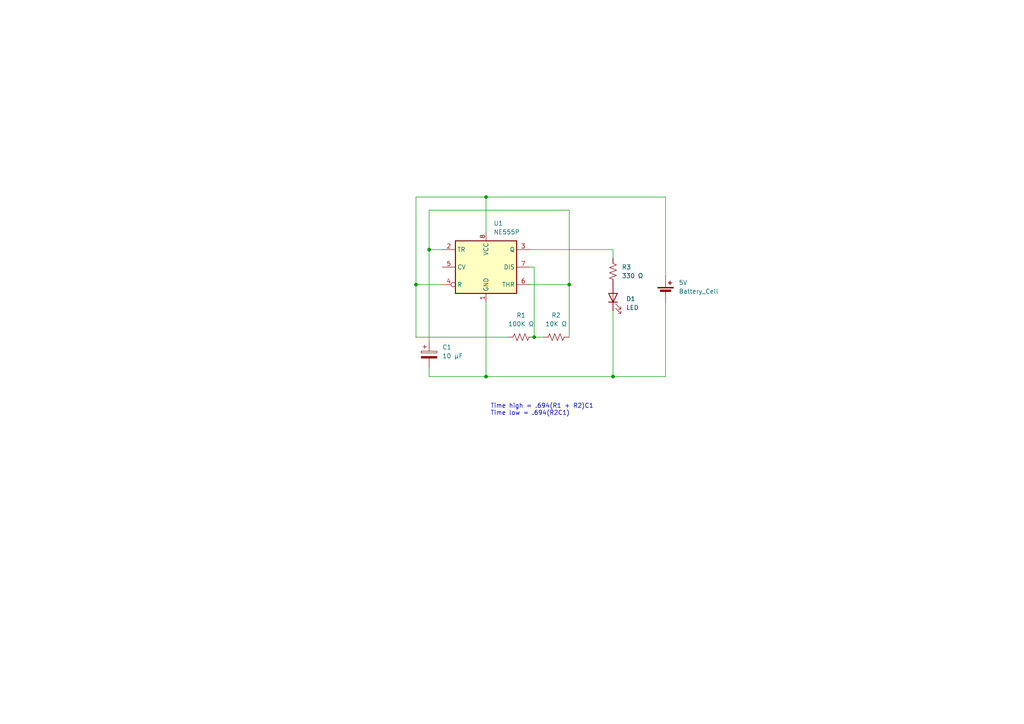
<source format=kicad_sch>
(kicad_sch (version 20230121) (generator eeschema)
  (paper "A4")
  (lib_symbols
    (symbol "Device:Battery_Cell" (pin_numbers hide) (pin_names (offset 0) hide)
      (property "Reference" "BT" (at 2.54 2.54 0))
      (property "Value" "Battery_Cell" (at 2.54 0 0))
      (symbol "Battery_Cell_0_1"
        (rectangle (start -2.286 1.778) (end 2.286 1.524) (fill (type outline)))
        (rectangle (start -1.524 1.016) (end 1.524 0.508) (fill (type outline)))
        (polyline (pts (xy 0 0.762) (xy 0 0)))
        (polyline (pts (xy 0 1.778) (xy 0 2.54)))
        (polyline (pts (xy 0.762 3.048) (xy 1.778 3.048)) (stroke (width 0.254)))
        (polyline (pts (xy 1.27 3.556) (xy 1.27 2.54)) (stroke (width 0.254)))
      )
      (symbol "Battery_Cell_1_1"
        (pin passive line (at 0 5.08 270) (length 2.54) (name "+") (number "1"))
        (pin passive line (at 0 -2.54 90) (length 2.54) (name "-") (number "2"))
      )
    )
    (symbol "Device:C_Polarized" (pin_numbers hide) (pin_names (offset 0.254))
      (property "Reference" "C" (at 0.635 2.54 0))
      (property "Value" "C_Polarized" (at 0.635 -2.54 0))
      (symbol "C_Polarized_0_1"
        (rectangle (start -2.286 0.508) (end 2.286 1.016))
        (polyline (pts (xy -1.778 2.286) (xy -0.762 2.286)))
        (polyline (pts (xy -1.27 2.794) (xy -1.27 1.778)))
        (rectangle (start 2.286 -0.508) (end -2.286 -1.016) (fill (type outline)))
      )
      (symbol "C_Polarized_1_1"
        (pin passive line (at 0 3.81 270) (length 2.794) (name "~") (number "1"))
        (pin passive line (at 0 -3.81 90) (length 2.794) (name "~") (number "2"))
      )
    )
    (symbol "Device:LED" (pin_numbers hide) (pin_names (offset 1.016) hide)
      (property "Reference" "D" (at 0 2.54 0))
      (property "Value" "LED" (at 0 -2.54 0))
      (symbol "LED_0_1"
        (polyline (pts (xy -1.27 -1.27) (xy -1.27 1.27)) (stroke (width 0.254)))
        (polyline (pts (xy -1.27 0) (xy 1.27 0)))
        (polyline (pts (xy 1.27 -1.27) (xy 1.27 1.27) (xy -1.27 0) (xy 1.27 -1.27)) (stroke (width 0.254)))
        (polyline (pts (xy -3.048 -0.762) (xy -4.572 -2.286) (xy -3.81 -2.286) (xy -4.572 -2.286) (xy -4.572 -1.524)))
        (polyline (pts (xy -1.778 -0.762) (xy -3.302 -2.286) (xy -2.54 -2.286) (xy -3.302 -2.286) (xy -3.302 -1.524)))
      )
      (symbol "LED_1_1"
        (pin passive line (at -3.81 0 0) (length 2.54) (name "K") (number "1"))
        (pin passive line (at 3.81 0 180) (length 2.54) (name "A") (number "2"))
      )
    )
    (symbol "Device:R_US" (pin_numbers hide) (pin_names (offset 0))
      (property "Reference" "R" (at 2.54 0 90))
      (property "Value" "R_US" (at -2.54 0 90))
      (symbol "R_US_0_1"
        (polyline (pts (xy 0 -2.286) (xy 0 -2.54)))
        (polyline (pts (xy 0 2.286) (xy 0 2.54)))
        (polyline (pts (xy 0 -0.762) (xy 1.016 -1.143) (xy 0 -1.524) (xy -1.016 -1.905) (xy 0 -2.286)))
        (polyline (pts (xy 0 0.762) (xy 1.016 0.381) (xy 0 0) (xy -1.016 -0.381) (xy 0 -0.762)))
        (polyline (pts (xy 0 2.286) (xy 1.016 1.905) (xy 0 1.524) (xy -1.016 1.143) (xy 0 0.762)))
      )
      (symbol "R_US_1_1"
        (pin passive line (at 0 3.81 270) (length 1.27) (name "~") (number "1"))
        (pin passive line (at 0 -3.81 90) (length 1.27) (name "~") (number "2"))
      )
    )
    (symbol "Timer:NE555P"
      (property "Reference" "U" (at -10.16 8.89 0))
      (property "Value" "NE555P" (at 2.54 8.89 0))
      (symbol "NE555P_0_0"
        (pin power_in line (at 0 -10.16 90) (length 2.54) (name "GND") (number "1"))
        (pin power_in line (at 0 10.16 270) (length 2.54) (name "VCC") (number "8"))
      )
      (symbol "NE555P_0_1"
        (rectangle (start -8.89 -7.62) (end 8.89 7.62) (stroke (width 0.254)) (fill (type background)))
        (rectangle (start -8.89 -7.62) (end 8.89 7.62) (stroke (width 0.254)) (fill (type background)))
      )
      (symbol "NE555P_1_1"
        (pin input line (at -12.7 5.08 0) (length 3.81) (name "TR") (number "2"))
        (pin output line (at 12.7 5.08 180) (length 3.81) (name "Q") (number "3"))
        (pin input inverted (at -12.7 -5.08 0) (length 3.81) (name "R") (number "4"))
        (pin input line (at -12.7 0 0) (length 3.81) (name "CV") (number "5"))
        (pin input line (at 12.7 -5.08 180) (length 3.81) (name "THR") (number "6"))
        (pin input line (at 12.7 0 180) (length 3.81) (name "DIS") (number "7"))
      )
    )
  )
  (junction (at 154.94 97.79))
  (junction (at 165.1 82.55))
  (junction (at 140.97 57.15))
  (junction (at 124.46 72.39))
  (junction (at 177.8 109.22))
  (junction (at 140.97 109.22))
  (junction (at 120.65 82.55))
  (wire (pts (xy 124.46 109.22) (xy 140.97 109.22)))
  (wire (pts (xy 153.67 82.55) (xy 165.1 82.55)))
  (wire (pts (xy 124.46 99.06) (xy 124.46 72.39)))
  (wire (pts (xy 153.67 72.39) (xy 177.8 72.39)))
  (wire (pts (xy 124.46 60.96) (xy 165.1 60.96)))
  (wire (pts (xy 154.94 77.47) (xy 154.94 97.79)))
  (wire (pts (xy 140.97 87.63) (xy 140.97 109.22)))
  (wire (pts (xy 124.46 109.22) (xy 124.46 106.68)))
  (wire (pts (xy 193.04 87.63) (xy 193.04 109.22)))
  (wire (pts (xy 177.8 90.17) (xy 177.8 109.22)))
  (wire (pts (xy 124.46 72.39) (xy 128.27 72.39)))
  (wire (pts (xy 153.67 77.47) (xy 154.94 77.47)))
  (wire (pts (xy 177.8 72.39) (xy 177.8 74.93)))
  (wire (pts (xy 120.65 57.15) (xy 140.97 57.15)))
  (wire (pts (xy 120.65 82.55) (xy 120.65 57.15)))
  (wire (pts (xy 157.48 97.79) (xy 154.94 97.79)))
  (wire (pts (xy 120.65 82.55) (xy 120.65 97.79)))
  (wire (pts (xy 120.65 97.79) (xy 147.32 97.79)))
  (wire (pts (xy 193.04 80.01) (xy 193.04 57.15)))
  (wire (pts (xy 193.04 57.15) (xy 140.97 57.15)))
  (wire (pts (xy 128.27 82.55) (xy 120.65 82.55)))
  (wire (pts (xy 124.46 60.96) (xy 124.46 72.39)))
  (wire (pts (xy 140.97 57.15) (xy 140.97 67.31)))
  (wire (pts (xy 165.1 82.55) (xy 165.1 97.79)))
  (wire (pts (xy 193.04 109.22) (xy 177.8 109.22)))
  (wire (pts (xy 165.1 60.96) (xy 165.1 82.55)))
  (wire (pts (xy 140.97 109.22) (xy 177.8 109.22)))
  (text "Time high = .694(R1 + R2)C1\nTime low = .694(R2C1)" (at 142.24 120.65 0) (effects (font (size 1.27 1.27)) (justify left bottom)))
  (symbol (lib_id "Device:R_US") (at 151.13 97.79 90) (unit 1)
    (property "Reference" "R1" (at 151.13 91.44 90))
    (property "Value" "100K Ω" (at 151.13 93.98 90))
  )
  (symbol (lib_id "Device:C_Polarized") (at 124.46 102.87 0) (unit 1)
    (property "Reference" "C1" (at 128.27 100.711 0) (effects (justify left)))
    (property "Value" "10 µF" (at 128.27 103.251 0) (effects (justify left)))
  )
  (symbol (lib_id "Device:R_US") (at 161.29 97.79 90) (unit 1)
    (property "Reference" "R2" (at 161.29 91.44 90))
    (property "Value" "10K Ω" (at 161.29 93.98 90))
  )
  (symbol (lib_id "Device:Battery_Cell") (at 193.04 85.09 0) (unit 1)
    (property "Reference" "5V" (at 196.85 81.9785 0) (effects (justify left)))
    (property "Value" "Battery_Cell" (at 196.85 84.5185 0) (effects (justify left)))
  )
  (symbol (lib_id "Device:R_US") (at 177.8 78.74 0) (unit 1)
    (property "Reference" "R3" (at 180.34 77.47 0) (effects (justify left)))
    (property "Value" "330 Ω" (at 180.34 80.01 0) (effects (justify left)))
  )
  (symbol (lib_id "Timer:NE555P") (at 140.97 77.47 0) (unit 1)
    (property "Reference" "U1" (at 143.1641 64.77 0) (effects (justify left)))
    (property "Value" "NE555P" (at 143.1641 67.31 0) (effects (justify left)))
    (property "Footprint" "Package_DIP:DIP-8_W7.62mm" (effects hide))
    (property "Datasheet" "http://www.ti.com/lit/ds/symlink/ne555.pdf" (effects hide))
  )
  (symbol (lib_id "Device:LED") (at 177.8 86.36 90) (unit 1)
    (property "Reference" "D1" (at 181.61 86.6775 90) (effects (justify right)))
    (property "Value" "LED" (at 181.61 89.2175 90) (effects (justify right)))
  )
)
</source>
